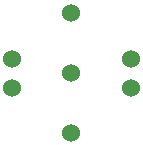
<source format=gbr>
%TF.GenerationSoftware,KiCad,Pcbnew,5.1.9+dfsg1-1+deb11u1*%
%TF.CreationDate,2023-07-29T18:46:00+09:00*%
%TF.ProjectId,probe-mount,70726f62-652d-46d6-9f75-6e742e6b6963,rev?*%
%TF.SameCoordinates,Original*%
%TF.FileFunction,Soldermask,Bot*%
%TF.FilePolarity,Negative*%
%FSLAX46Y46*%
G04 Gerber Fmt 4.6, Leading zero omitted, Abs format (unit mm)*
G04 Created by KiCad (PCBNEW 5.1.9+dfsg1-1+deb11u1) date 2023-07-29 18:46:00*
%MOMM*%
%LPD*%
G01*
G04 APERTURE LIST*
%ADD10C,1.524000*%
G04 APERTURE END LIST*
D10*
%TO.C,J1*%
X142500000Y-126250000D03*
X142500000Y-123750000D03*
%TD*%
%TO.C,J2*%
X152500000Y-123750000D03*
X152500000Y-126250000D03*
%TD*%
%TO.C,J3*%
X147500000Y-119840000D03*
X147500000Y-124920000D03*
X147500000Y-130000000D03*
%TD*%
M02*

</source>
